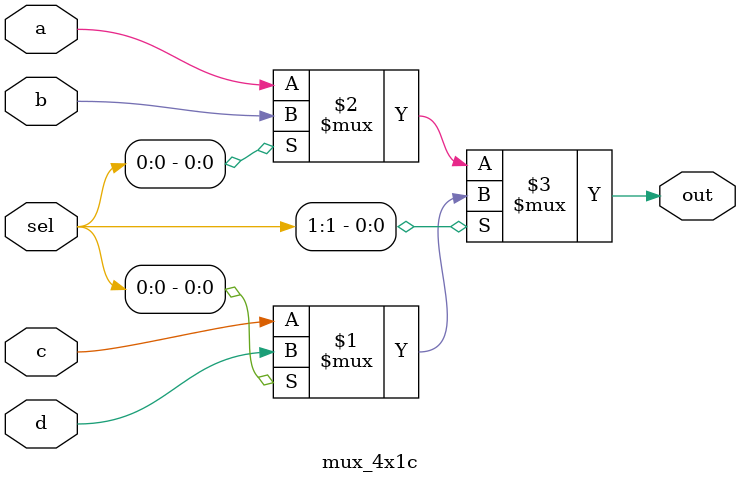
<source format=v>
module mux_4x1c (a, b, c, d, sel, out);
   input a, b, c, d;
   input [1:0] sel;
   output out;

   assign out = sel[1] ? (sel[0]?d:c):(sel[0]?b:a);
   
endmodule 
</source>
